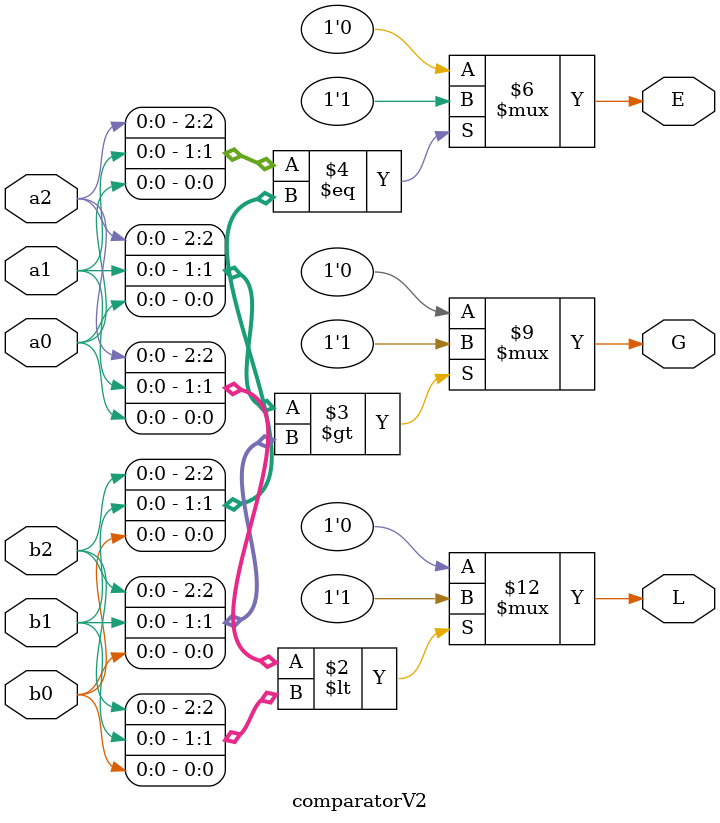
<source format=v>
module comparatorV2 (a0,a1,a2,b0,b1,b2,G,E,L);
input a0,a1,a2,b0,b1,b2;
output G,E,L;
reg G,E,L;
always@(a0 or a1 or a2 or b0 or b1 or a2)
 begin
 if ({a2,a1,a0}<{b2,b1,b0})
	L<= 1;
else 
	L<= 0;

 if ({a2,a1,a0}>{b2,b1,b0})
	G<= 1;
else
	G<= 0;

 if ({a2,a1,a0} == {b2,b1,b0})
	E<=1;
else 
	E<=0;
 end
endmodule
</source>
